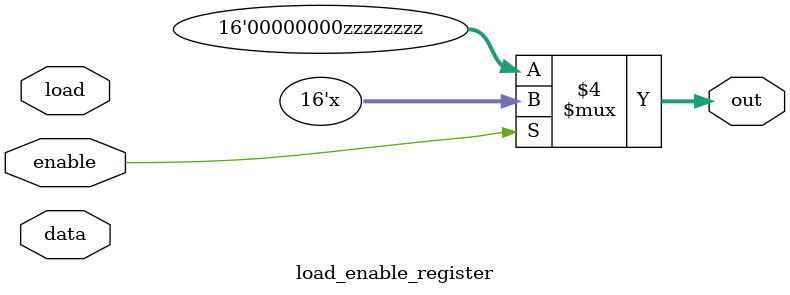
<source format=v>
module load_enable_register(
    input load,
    input enable,
    input [15:0] data,
    output reg [15:0] out
);
    reg [15:0] r = 0;
    always @(load || enable)
        begin
            if(load) begin
                r <= data;
            end
            if(enable)
                out <= r;
            else
                out <= 8'bzzzzzzzz;
        end
    
endmodule
</source>
